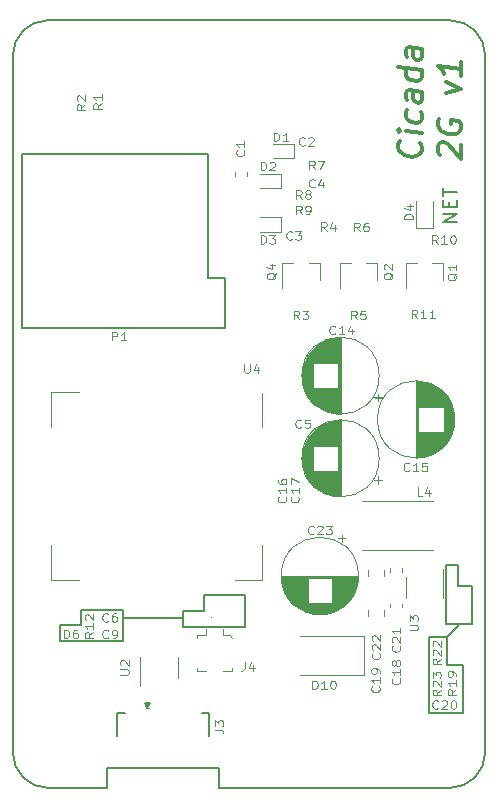
<source format=gto>
G04 #@! TF.GenerationSoftware,KiCad,Pcbnew,(5.1.0-10-g6006703)*
G04 #@! TF.CreationDate,2019-04-20T21:28:09+08:00*
G04 #@! TF.ProjectId,cicada-2g,63696361-6461-42d3-9267-2e6b69636164,0.1*
G04 #@! TF.SameCoordinates,PX7cee6c0PY3dfd240*
G04 #@! TF.FileFunction,Legend,Top*
G04 #@! TF.FilePolarity,Positive*
%FSLAX46Y46*%
G04 Gerber Fmt 4.6, Leading zero omitted, Abs format (unit mm)*
G04 Created by KiCad (PCBNEW (5.1.0-10-g6006703)) date 2019-04-20 21:28:09*
%MOMM*%
%LPD*%
G04 APERTURE LIST*
%ADD10C,0.150000*%
%ADD11C,0.200000*%
%ADD12C,0.350000*%
%ADD13C,0.120000*%
%ADD14C,0.100000*%
G04 APERTURE END LIST*
D10*
X-5600000Y-45600000D02*
X-10700000Y-45600000D01*
X-3800000Y-43700000D02*
X-300000Y-43700000D01*
X-300000Y-43700000D02*
X-300000Y-46400000D01*
X-3800000Y-45000000D02*
X-3800000Y-43700000D01*
X-5600000Y-45000000D02*
X-3800000Y-45000000D01*
X-5600000Y-46400000D02*
X-5600000Y-45000000D01*
X-300000Y-46400000D02*
X-5600000Y-46400000D01*
X-14200000Y-46200000D02*
X-14200000Y-44900000D01*
X-16000000Y-46200000D02*
X-14200000Y-46200000D01*
X-16000000Y-47600000D02*
X-16000000Y-46200000D01*
X-10700000Y-47600000D02*
X-16000000Y-47600000D01*
X-10700000Y-44900000D02*
X-10700000Y-47600000D01*
X-14200000Y-44900000D02*
X-10700000Y-44900000D01*
X16650000Y-41100000D02*
X16650000Y-46125000D01*
X18850000Y-46125000D02*
X16650000Y-46125000D01*
X18850000Y-42875000D02*
X18850000Y-46125000D01*
X17725000Y-42875000D02*
X18850000Y-42875000D01*
X17725000Y-41100000D02*
X17725000Y-42875000D01*
X16650000Y-41100000D02*
X17725000Y-41100000D01*
X16750000Y-47225000D02*
X17750000Y-46225000D01*
X16750000Y-47225000D02*
X15225000Y-47225000D01*
X16750000Y-49600000D02*
X16750000Y-47225000D01*
X18125000Y-49600000D02*
X16750000Y-49600000D01*
X18125000Y-49850000D02*
X18125000Y-49600000D01*
X18125000Y-53675000D02*
X18125000Y-49850000D01*
X15225000Y-53675000D02*
X18125000Y-53675000D01*
X15225000Y-47225000D02*
X15225000Y-53675000D01*
D11*
X17592857Y-12092857D02*
X16392857Y-12092857D01*
X17592857Y-11407142D01*
X16392857Y-11407142D01*
X16964285Y-10835714D02*
X16964285Y-10435714D01*
X17592857Y-10264285D02*
X17592857Y-10835714D01*
X16392857Y-10835714D01*
X16392857Y-10264285D01*
X16392857Y-9921428D02*
X16392857Y-9235714D01*
X17592857Y-9578571D02*
X16392857Y-9578571D01*
D10*
X-2500000Y-60000000D02*
X17000000Y-60000000D01*
X-2500000Y-58300000D02*
X-2500000Y-60000000D01*
X-12000000Y-58300000D02*
X-2500000Y-58300000D01*
X-12000000Y-60000000D02*
X-12000000Y-58300000D01*
D12*
X14439285Y-5417738D02*
X14534523Y-5524880D01*
X14629761Y-5822500D01*
X14629761Y-6012976D01*
X14534523Y-6286785D01*
X14344047Y-6453452D01*
X14153571Y-6524880D01*
X13772619Y-6572500D01*
X13486904Y-6536785D01*
X13105952Y-6393928D01*
X12915476Y-6274880D01*
X12725000Y-6060595D01*
X12629761Y-5762976D01*
X12629761Y-5572500D01*
X12725000Y-5298690D01*
X12820238Y-5215357D01*
X14629761Y-4584404D02*
X13296428Y-4417738D01*
X12629761Y-4334404D02*
X12725000Y-4441547D01*
X12820238Y-4358214D01*
X12725000Y-4251071D01*
X12629761Y-4334404D01*
X12820238Y-4358214D01*
X14534523Y-2762976D02*
X14629761Y-2965357D01*
X14629761Y-3346309D01*
X14534523Y-3524880D01*
X14439285Y-3608214D01*
X14248809Y-3679642D01*
X13677380Y-3608214D01*
X13486904Y-3489166D01*
X13391666Y-3382023D01*
X13296428Y-3179642D01*
X13296428Y-2798690D01*
X13391666Y-2620119D01*
X14629761Y-1060595D02*
X13582142Y-929642D01*
X13391666Y-1001071D01*
X13296428Y-1179642D01*
X13296428Y-1560595D01*
X13391666Y-1762976D01*
X14534523Y-1048690D02*
X14629761Y-1251071D01*
X14629761Y-1727261D01*
X14534523Y-1905833D01*
X14344047Y-1977261D01*
X14153571Y-1953452D01*
X13963095Y-1834404D01*
X13867857Y-1632023D01*
X13867857Y-1155833D01*
X13772619Y-953452D01*
X14629761Y748929D02*
X12629761Y998929D01*
X14534523Y760834D02*
X14629761Y558453D01*
X14629761Y177500D01*
X14534523Y-1071D01*
X14439285Y-84404D01*
X14248809Y-155833D01*
X13677380Y-84404D01*
X13486904Y34643D01*
X13391666Y141786D01*
X13296428Y344167D01*
X13296428Y725120D01*
X13391666Y903691D01*
X14629761Y2558453D02*
X13582142Y2689405D01*
X13391666Y2617977D01*
X13296428Y2439405D01*
X13296428Y2058453D01*
X13391666Y1856072D01*
X14534523Y2570358D02*
X14629761Y2367977D01*
X14629761Y1891786D01*
X14534523Y1713215D01*
X14344047Y1641786D01*
X14153571Y1665596D01*
X13963095Y1784643D01*
X13867857Y1987024D01*
X13867857Y2463215D01*
X13772619Y2665596D01*
X16170238Y-6453452D02*
X16075000Y-6346309D01*
X15979761Y-6143928D01*
X15979761Y-5667738D01*
X16075000Y-5489166D01*
X16170238Y-5405833D01*
X16360714Y-5334404D01*
X16551190Y-5358214D01*
X16836904Y-5489166D01*
X17979761Y-6774880D01*
X17979761Y-5536785D01*
X16075000Y-3393928D02*
X15979761Y-3572500D01*
X15979761Y-3858214D01*
X16075000Y-4155833D01*
X16265476Y-4370119D01*
X16455952Y-4489166D01*
X16836904Y-4632023D01*
X17122619Y-4667738D01*
X17503571Y-4620119D01*
X17694047Y-4548690D01*
X17884523Y-4382023D01*
X17979761Y-4108214D01*
X17979761Y-3917738D01*
X17884523Y-3620119D01*
X17789285Y-3512976D01*
X17122619Y-3429642D01*
X17122619Y-3810595D01*
X16646428Y-1179642D02*
X17979761Y-870119D01*
X16646428Y-227261D01*
X17979761Y1415596D02*
X17979761Y272739D01*
X17979761Y844167D02*
X15979761Y1094167D01*
X16265476Y867977D01*
X16455952Y653691D01*
X16551190Y451310D01*
D10*
X-17000000Y-60000000D02*
G75*
G02X-20000000Y-57000000I0J3000000D01*
G01*
X20000000Y-57000000D02*
G75*
G02X17000000Y-60000000I-3000000J0D01*
G01*
X17000000Y5000000D02*
G75*
G02X20000000Y2000000I0J-3000000D01*
G01*
X-20000000Y2000000D02*
G75*
G02X-17000000Y5000000I3000000J0D01*
G01*
X-20000000Y-57000000D02*
X-20000000Y2000000D01*
X-12000000Y-60000000D02*
X-17000000Y-60000000D01*
X20000000Y2000000D02*
X20000000Y-57000000D01*
X-17000000Y5000000D02*
X17000000Y5000000D01*
D13*
X5980000Y-15540000D02*
X5980000Y-17000000D01*
X2820000Y-15540000D02*
X2820000Y-17700000D01*
X2820000Y-15540000D02*
X3750000Y-15540000D01*
X5980000Y-15540000D02*
X5050000Y-15540000D01*
X10880000Y-15540000D02*
X10880000Y-17000000D01*
X7720000Y-15540000D02*
X7720000Y-17700000D01*
X7720000Y-15540000D02*
X8650000Y-15540000D01*
X10880000Y-15540000D02*
X9950000Y-15540000D01*
X1085000Y-26575000D02*
X1085000Y-29425000D01*
X1085000Y-42385000D02*
X-1225000Y-42385000D01*
X1085000Y-42385000D02*
X1085000Y-39425000D01*
X-16735000Y-26465000D02*
X-14425000Y-26465000D01*
X-16735000Y-42385000D02*
X-16735000Y-39425000D01*
X-16735000Y-42385000D02*
X-14425000Y-42385000D01*
X-16735000Y-26465000D02*
X-16735000Y-29425000D01*
X-1400000Y-50070000D02*
X-2200000Y-50070000D01*
X-1400000Y-49870000D02*
X-1400000Y-50070000D01*
X-4400000Y-50070000D02*
X-4400000Y-49870000D01*
X-3600000Y-50070000D02*
X-4400000Y-50070000D01*
X-4400000Y-47070000D02*
X-3600000Y-47070000D01*
X-4400000Y-47270000D02*
X-4400000Y-47070000D01*
X-1600000Y-47070000D02*
X-1400000Y-47270000D01*
X-2200000Y-47070000D02*
X-1600000Y-47070000D01*
X-2200000Y-47070000D02*
X-2200000Y-46570000D01*
X-3600000Y-47070000D02*
X-3600000Y-46570000D01*
X9750000Y-50450000D02*
X4350000Y-50450000D01*
X9750000Y-47150000D02*
X4350000Y-47150000D01*
X9750000Y-50450000D02*
X9750000Y-47150000D01*
D10*
X-11200000Y-53700000D02*
X-10500000Y-53700000D01*
X-11200000Y-53700000D02*
X-11200000Y-55600000D01*
X-4000000Y-53700000D02*
X-3400000Y-53700000D01*
X-3400000Y-53700000D02*
X-3400000Y-55600000D01*
X-8800000Y-52800000D02*
X-8600000Y-53200000D01*
X-8600000Y-53200000D02*
X-8400000Y-52800000D01*
X-8400000Y-52800000D02*
X-8800000Y-52800000D01*
D13*
X16407250Y-43923971D02*
X16407250Y-41493971D01*
X13337250Y-42163971D02*
X13337250Y-43923971D01*
X-9210000Y-48900000D02*
X-9210000Y-51350000D01*
X-5990000Y-50700000D02*
X-5990000Y-48900000D01*
X16423274Y-15552199D02*
X16423274Y-17012199D01*
X13263274Y-15552199D02*
X13263274Y-17712199D01*
X13263274Y-15552199D02*
X14193274Y-15552199D01*
X16423274Y-15552199D02*
X15493274Y-15552199D01*
D10*
X-3500000Y-16850000D02*
X-3500000Y-6350000D01*
X-2000000Y-16850000D02*
X-3500000Y-16850000D01*
X-2000000Y-21100000D02*
X-2000000Y-16850000D01*
X-19250000Y-21100000D02*
X-2000000Y-21100000D01*
X-19250000Y-6350000D02*
X-19250000Y-21100000D01*
X-3500000Y-6350000D02*
X-19250000Y-6350000D01*
D13*
X15550000Y-35675000D02*
X9550000Y-35675000D01*
X15550000Y-39875000D02*
X9550000Y-39875000D01*
D14*
X-3160000Y-45600000D02*
G75*
G03X-3160000Y-45600000I-50000J0D01*
G01*
D13*
X15576091Y-12582071D02*
X15576091Y-10297071D01*
X14106091Y-12582071D02*
X15576091Y-12582071D01*
X14106091Y-10297071D02*
X14106091Y-12582071D01*
X900000Y-11700000D02*
X2750000Y-11700000D01*
X900000Y-12900000D02*
X2750000Y-12900000D01*
X2750000Y-12900000D02*
X2750000Y-11700000D01*
X900000Y-8000000D02*
X2750000Y-8000000D01*
X900000Y-9200000D02*
X2750000Y-9200000D01*
X2750000Y-9200000D02*
X2750000Y-8000000D01*
X2000000Y-5500000D02*
X3850000Y-5500000D01*
X2000000Y-6700000D02*
X3850000Y-6700000D01*
X3850000Y-6700000D02*
X3850000Y-5500000D01*
X8154000Y-38864759D02*
X7524000Y-38864759D01*
X7839000Y-38549759D02*
X7839000Y-39179759D01*
X6402000Y-45291000D02*
X5598000Y-45291000D01*
X6633000Y-45251000D02*
X5367000Y-45251000D01*
X6802000Y-45211000D02*
X5198000Y-45211000D01*
X6940000Y-45171000D02*
X5060000Y-45171000D01*
X7059000Y-45131000D02*
X4941000Y-45131000D01*
X7165000Y-45091000D02*
X4835000Y-45091000D01*
X7262000Y-45051000D02*
X4738000Y-45051000D01*
X7350000Y-45011000D02*
X4650000Y-45011000D01*
X7432000Y-44971000D02*
X4568000Y-44971000D01*
X7509000Y-44931000D02*
X4491000Y-44931000D01*
X7581000Y-44891000D02*
X4419000Y-44891000D01*
X7650000Y-44851000D02*
X4350000Y-44851000D01*
X7714000Y-44811000D02*
X4286000Y-44811000D01*
X7776000Y-44771000D02*
X4224000Y-44771000D01*
X7834000Y-44731000D02*
X4166000Y-44731000D01*
X7890000Y-44691000D02*
X4110000Y-44691000D01*
X7944000Y-44651000D02*
X4056000Y-44651000D01*
X7995000Y-44611000D02*
X4005000Y-44611000D01*
X8044000Y-44571000D02*
X3956000Y-44571000D01*
X8092000Y-44531000D02*
X3908000Y-44531000D01*
X8137000Y-44491000D02*
X3863000Y-44491000D01*
X8182000Y-44451000D02*
X3818000Y-44451000D01*
X8224000Y-44411000D02*
X3776000Y-44411000D01*
X8265000Y-44371000D02*
X3735000Y-44371000D01*
X4960000Y-44331000D02*
X3695000Y-44331000D01*
X8305000Y-44331000D02*
X7040000Y-44331000D01*
X4960000Y-44291000D02*
X3657000Y-44291000D01*
X8343000Y-44291000D02*
X7040000Y-44291000D01*
X4960000Y-44251000D02*
X3620000Y-44251000D01*
X8380000Y-44251000D02*
X7040000Y-44251000D01*
X4960000Y-44211000D02*
X3584000Y-44211000D01*
X8416000Y-44211000D02*
X7040000Y-44211000D01*
X4960000Y-44171000D02*
X3550000Y-44171000D01*
X8450000Y-44171000D02*
X7040000Y-44171000D01*
X4960000Y-44131000D02*
X3516000Y-44131000D01*
X8484000Y-44131000D02*
X7040000Y-44131000D01*
X4960000Y-44091000D02*
X3484000Y-44091000D01*
X8516000Y-44091000D02*
X7040000Y-44091000D01*
X4960000Y-44051000D02*
X3452000Y-44051000D01*
X8548000Y-44051000D02*
X7040000Y-44051000D01*
X4960000Y-44011000D02*
X3422000Y-44011000D01*
X8578000Y-44011000D02*
X7040000Y-44011000D01*
X4960000Y-43971000D02*
X3393000Y-43971000D01*
X8607000Y-43971000D02*
X7040000Y-43971000D01*
X4960000Y-43931000D02*
X3364000Y-43931000D01*
X8636000Y-43931000D02*
X7040000Y-43931000D01*
X4960000Y-43891000D02*
X3336000Y-43891000D01*
X8664000Y-43891000D02*
X7040000Y-43891000D01*
X4960000Y-43851000D02*
X3310000Y-43851000D01*
X8690000Y-43851000D02*
X7040000Y-43851000D01*
X4960000Y-43811000D02*
X3284000Y-43811000D01*
X8716000Y-43811000D02*
X7040000Y-43811000D01*
X4960000Y-43771000D02*
X3258000Y-43771000D01*
X8742000Y-43771000D02*
X7040000Y-43771000D01*
X4960000Y-43731000D02*
X3234000Y-43731000D01*
X8766000Y-43731000D02*
X7040000Y-43731000D01*
X4960000Y-43691000D02*
X3210000Y-43691000D01*
X8790000Y-43691000D02*
X7040000Y-43691000D01*
X4960000Y-43651000D02*
X3188000Y-43651000D01*
X8812000Y-43651000D02*
X7040000Y-43651000D01*
X4960000Y-43611000D02*
X3166000Y-43611000D01*
X8834000Y-43611000D02*
X7040000Y-43611000D01*
X4960000Y-43571000D02*
X3144000Y-43571000D01*
X8856000Y-43571000D02*
X7040000Y-43571000D01*
X4960000Y-43531000D02*
X3124000Y-43531000D01*
X8876000Y-43531000D02*
X7040000Y-43531000D01*
X4960000Y-43491000D02*
X3104000Y-43491000D01*
X8896000Y-43491000D02*
X7040000Y-43491000D01*
X4960000Y-43451000D02*
X3084000Y-43451000D01*
X8916000Y-43451000D02*
X7040000Y-43451000D01*
X4960000Y-43411000D02*
X3066000Y-43411000D01*
X8934000Y-43411000D02*
X7040000Y-43411000D01*
X4960000Y-43371000D02*
X3048000Y-43371000D01*
X8952000Y-43371000D02*
X7040000Y-43371000D01*
X4960000Y-43331000D02*
X3030000Y-43331000D01*
X8970000Y-43331000D02*
X7040000Y-43331000D01*
X4960000Y-43291000D02*
X3014000Y-43291000D01*
X8986000Y-43291000D02*
X7040000Y-43291000D01*
X4960000Y-43251000D02*
X2998000Y-43251000D01*
X9002000Y-43251000D02*
X7040000Y-43251000D01*
X4960000Y-43211000D02*
X2982000Y-43211000D01*
X9018000Y-43211000D02*
X7040000Y-43211000D01*
X4960000Y-43171000D02*
X2967000Y-43171000D01*
X9033000Y-43171000D02*
X7040000Y-43171000D01*
X4960000Y-43131000D02*
X2953000Y-43131000D01*
X9047000Y-43131000D02*
X7040000Y-43131000D01*
X4960000Y-43091000D02*
X2939000Y-43091000D01*
X9061000Y-43091000D02*
X7040000Y-43091000D01*
X4960000Y-43051000D02*
X2926000Y-43051000D01*
X9074000Y-43051000D02*
X7040000Y-43051000D01*
X4960000Y-43011000D02*
X2914000Y-43011000D01*
X9086000Y-43011000D02*
X7040000Y-43011000D01*
X4960000Y-42971000D02*
X2902000Y-42971000D01*
X9098000Y-42971000D02*
X7040000Y-42971000D01*
X4960000Y-42931000D02*
X2890000Y-42931000D01*
X9110000Y-42931000D02*
X7040000Y-42931000D01*
X4960000Y-42891000D02*
X2879000Y-42891000D01*
X9121000Y-42891000D02*
X7040000Y-42891000D01*
X4960000Y-42851000D02*
X2869000Y-42851000D01*
X9131000Y-42851000D02*
X7040000Y-42851000D01*
X4960000Y-42811000D02*
X2859000Y-42811000D01*
X9141000Y-42811000D02*
X7040000Y-42811000D01*
X4960000Y-42771000D02*
X2850000Y-42771000D01*
X9150000Y-42771000D02*
X7040000Y-42771000D01*
X4960000Y-42730000D02*
X2841000Y-42730000D01*
X9159000Y-42730000D02*
X7040000Y-42730000D01*
X4960000Y-42690000D02*
X2833000Y-42690000D01*
X9167000Y-42690000D02*
X7040000Y-42690000D01*
X4960000Y-42650000D02*
X2825000Y-42650000D01*
X9175000Y-42650000D02*
X7040000Y-42650000D01*
X4960000Y-42610000D02*
X2818000Y-42610000D01*
X9182000Y-42610000D02*
X7040000Y-42610000D01*
X4960000Y-42570000D02*
X2811000Y-42570000D01*
X9189000Y-42570000D02*
X7040000Y-42570000D01*
X4960000Y-42530000D02*
X2805000Y-42530000D01*
X9195000Y-42530000D02*
X7040000Y-42530000D01*
X4960000Y-42490000D02*
X2799000Y-42490000D01*
X9201000Y-42490000D02*
X7040000Y-42490000D01*
X4960000Y-42450000D02*
X2794000Y-42450000D01*
X9206000Y-42450000D02*
X7040000Y-42450000D01*
X4960000Y-42410000D02*
X2789000Y-42410000D01*
X9211000Y-42410000D02*
X7040000Y-42410000D01*
X4960000Y-42370000D02*
X2785000Y-42370000D01*
X9215000Y-42370000D02*
X7040000Y-42370000D01*
X4960000Y-42330000D02*
X2782000Y-42330000D01*
X9218000Y-42330000D02*
X7040000Y-42330000D01*
X4960000Y-42290000D02*
X2778000Y-42290000D01*
X9222000Y-42290000D02*
X7040000Y-42290000D01*
X9224000Y-42250000D02*
X2776000Y-42250000D01*
X9227000Y-42210000D02*
X2773000Y-42210000D01*
X9228000Y-42170000D02*
X2772000Y-42170000D01*
X9230000Y-42130000D02*
X2770000Y-42130000D01*
X9230000Y-42090000D02*
X2770000Y-42090000D01*
X9230000Y-42050000D02*
X2770000Y-42050000D01*
X9270000Y-42050000D02*
G75*
G03X9270000Y-42050000I-3270000J0D01*
G01*
X11460000Y-42033578D02*
X11460000Y-41516422D01*
X10040000Y-42033578D02*
X10040000Y-41516422D01*
X11940000Y-41412221D02*
X11940000Y-41737779D01*
X12960000Y-41412221D02*
X12960000Y-41737779D01*
X10040000Y-44916422D02*
X10040000Y-45433578D01*
X11460000Y-44916422D02*
X11460000Y-45433578D01*
X12960000Y-44725279D02*
X12960000Y-44399721D01*
X11940000Y-44725279D02*
X11940000Y-44399721D01*
X10964759Y-26646000D02*
X10964759Y-27276000D01*
X10649759Y-26961000D02*
X11279759Y-26961000D01*
X17391000Y-28398000D02*
X17391000Y-29202000D01*
X17351000Y-28167000D02*
X17351000Y-29433000D01*
X17311000Y-27998000D02*
X17311000Y-29602000D01*
X17271000Y-27860000D02*
X17271000Y-29740000D01*
X17231000Y-27741000D02*
X17231000Y-29859000D01*
X17191000Y-27635000D02*
X17191000Y-29965000D01*
X17151000Y-27538000D02*
X17151000Y-30062000D01*
X17111000Y-27450000D02*
X17111000Y-30150000D01*
X17071000Y-27368000D02*
X17071000Y-30232000D01*
X17031000Y-27291000D02*
X17031000Y-30309000D01*
X16991000Y-27219000D02*
X16991000Y-30381000D01*
X16951000Y-27150000D02*
X16951000Y-30450000D01*
X16911000Y-27086000D02*
X16911000Y-30514000D01*
X16871000Y-27024000D02*
X16871000Y-30576000D01*
X16831000Y-26966000D02*
X16831000Y-30634000D01*
X16791000Y-26910000D02*
X16791000Y-30690000D01*
X16751000Y-26856000D02*
X16751000Y-30744000D01*
X16711000Y-26805000D02*
X16711000Y-30795000D01*
X16671000Y-26756000D02*
X16671000Y-30844000D01*
X16631000Y-26708000D02*
X16631000Y-30892000D01*
X16591000Y-26663000D02*
X16591000Y-30937000D01*
X16551000Y-26618000D02*
X16551000Y-30982000D01*
X16511000Y-26576000D02*
X16511000Y-31024000D01*
X16471000Y-26535000D02*
X16471000Y-31065000D01*
X16431000Y-29840000D02*
X16431000Y-31105000D01*
X16431000Y-26495000D02*
X16431000Y-27760000D01*
X16391000Y-29840000D02*
X16391000Y-31143000D01*
X16391000Y-26457000D02*
X16391000Y-27760000D01*
X16351000Y-29840000D02*
X16351000Y-31180000D01*
X16351000Y-26420000D02*
X16351000Y-27760000D01*
X16311000Y-29840000D02*
X16311000Y-31216000D01*
X16311000Y-26384000D02*
X16311000Y-27760000D01*
X16271000Y-29840000D02*
X16271000Y-31250000D01*
X16271000Y-26350000D02*
X16271000Y-27760000D01*
X16231000Y-29840000D02*
X16231000Y-31284000D01*
X16231000Y-26316000D02*
X16231000Y-27760000D01*
X16191000Y-29840000D02*
X16191000Y-31316000D01*
X16191000Y-26284000D02*
X16191000Y-27760000D01*
X16151000Y-29840000D02*
X16151000Y-31348000D01*
X16151000Y-26252000D02*
X16151000Y-27760000D01*
X16111000Y-29840000D02*
X16111000Y-31378000D01*
X16111000Y-26222000D02*
X16111000Y-27760000D01*
X16071000Y-29840000D02*
X16071000Y-31407000D01*
X16071000Y-26193000D02*
X16071000Y-27760000D01*
X16031000Y-29840000D02*
X16031000Y-31436000D01*
X16031000Y-26164000D02*
X16031000Y-27760000D01*
X15991000Y-29840000D02*
X15991000Y-31464000D01*
X15991000Y-26136000D02*
X15991000Y-27760000D01*
X15951000Y-29840000D02*
X15951000Y-31490000D01*
X15951000Y-26110000D02*
X15951000Y-27760000D01*
X15911000Y-29840000D02*
X15911000Y-31516000D01*
X15911000Y-26084000D02*
X15911000Y-27760000D01*
X15871000Y-29840000D02*
X15871000Y-31542000D01*
X15871000Y-26058000D02*
X15871000Y-27760000D01*
X15831000Y-29840000D02*
X15831000Y-31566000D01*
X15831000Y-26034000D02*
X15831000Y-27760000D01*
X15791000Y-29840000D02*
X15791000Y-31590000D01*
X15791000Y-26010000D02*
X15791000Y-27760000D01*
X15751000Y-29840000D02*
X15751000Y-31612000D01*
X15751000Y-25988000D02*
X15751000Y-27760000D01*
X15711000Y-29840000D02*
X15711000Y-31634000D01*
X15711000Y-25966000D02*
X15711000Y-27760000D01*
X15671000Y-29840000D02*
X15671000Y-31656000D01*
X15671000Y-25944000D02*
X15671000Y-27760000D01*
X15631000Y-29840000D02*
X15631000Y-31676000D01*
X15631000Y-25924000D02*
X15631000Y-27760000D01*
X15591000Y-29840000D02*
X15591000Y-31696000D01*
X15591000Y-25904000D02*
X15591000Y-27760000D01*
X15551000Y-29840000D02*
X15551000Y-31716000D01*
X15551000Y-25884000D02*
X15551000Y-27760000D01*
X15511000Y-29840000D02*
X15511000Y-31734000D01*
X15511000Y-25866000D02*
X15511000Y-27760000D01*
X15471000Y-29840000D02*
X15471000Y-31752000D01*
X15471000Y-25848000D02*
X15471000Y-27760000D01*
X15431000Y-29840000D02*
X15431000Y-31770000D01*
X15431000Y-25830000D02*
X15431000Y-27760000D01*
X15391000Y-29840000D02*
X15391000Y-31786000D01*
X15391000Y-25814000D02*
X15391000Y-27760000D01*
X15351000Y-29840000D02*
X15351000Y-31802000D01*
X15351000Y-25798000D02*
X15351000Y-27760000D01*
X15311000Y-29840000D02*
X15311000Y-31818000D01*
X15311000Y-25782000D02*
X15311000Y-27760000D01*
X15271000Y-29840000D02*
X15271000Y-31833000D01*
X15271000Y-25767000D02*
X15271000Y-27760000D01*
X15231000Y-29840000D02*
X15231000Y-31847000D01*
X15231000Y-25753000D02*
X15231000Y-27760000D01*
X15191000Y-29840000D02*
X15191000Y-31861000D01*
X15191000Y-25739000D02*
X15191000Y-27760000D01*
X15151000Y-29840000D02*
X15151000Y-31874000D01*
X15151000Y-25726000D02*
X15151000Y-27760000D01*
X15111000Y-29840000D02*
X15111000Y-31886000D01*
X15111000Y-25714000D02*
X15111000Y-27760000D01*
X15071000Y-29840000D02*
X15071000Y-31898000D01*
X15071000Y-25702000D02*
X15071000Y-27760000D01*
X15031000Y-29840000D02*
X15031000Y-31910000D01*
X15031000Y-25690000D02*
X15031000Y-27760000D01*
X14991000Y-29840000D02*
X14991000Y-31921000D01*
X14991000Y-25679000D02*
X14991000Y-27760000D01*
X14951000Y-29840000D02*
X14951000Y-31931000D01*
X14951000Y-25669000D02*
X14951000Y-27760000D01*
X14911000Y-29840000D02*
X14911000Y-31941000D01*
X14911000Y-25659000D02*
X14911000Y-27760000D01*
X14871000Y-29840000D02*
X14871000Y-31950000D01*
X14871000Y-25650000D02*
X14871000Y-27760000D01*
X14830000Y-29840000D02*
X14830000Y-31959000D01*
X14830000Y-25641000D02*
X14830000Y-27760000D01*
X14790000Y-29840000D02*
X14790000Y-31967000D01*
X14790000Y-25633000D02*
X14790000Y-27760000D01*
X14750000Y-29840000D02*
X14750000Y-31975000D01*
X14750000Y-25625000D02*
X14750000Y-27760000D01*
X14710000Y-29840000D02*
X14710000Y-31982000D01*
X14710000Y-25618000D02*
X14710000Y-27760000D01*
X14670000Y-29840000D02*
X14670000Y-31989000D01*
X14670000Y-25611000D02*
X14670000Y-27760000D01*
X14630000Y-29840000D02*
X14630000Y-31995000D01*
X14630000Y-25605000D02*
X14630000Y-27760000D01*
X14590000Y-29840000D02*
X14590000Y-32001000D01*
X14590000Y-25599000D02*
X14590000Y-27760000D01*
X14550000Y-29840000D02*
X14550000Y-32006000D01*
X14550000Y-25594000D02*
X14550000Y-27760000D01*
X14510000Y-29840000D02*
X14510000Y-32011000D01*
X14510000Y-25589000D02*
X14510000Y-27760000D01*
X14470000Y-29840000D02*
X14470000Y-32015000D01*
X14470000Y-25585000D02*
X14470000Y-27760000D01*
X14430000Y-29840000D02*
X14430000Y-32018000D01*
X14430000Y-25582000D02*
X14430000Y-27760000D01*
X14390000Y-29840000D02*
X14390000Y-32022000D01*
X14390000Y-25578000D02*
X14390000Y-27760000D01*
X14350000Y-25576000D02*
X14350000Y-32024000D01*
X14310000Y-25573000D02*
X14310000Y-32027000D01*
X14270000Y-25572000D02*
X14270000Y-32028000D01*
X14230000Y-25570000D02*
X14230000Y-32030000D01*
X14190000Y-25570000D02*
X14190000Y-32030000D01*
X14150000Y-25570000D02*
X14150000Y-32030000D01*
X17420000Y-28800000D02*
G75*
G03X17420000Y-28800000I-3270000J0D01*
G01*
X10935241Y-27254000D02*
X10935241Y-26624000D01*
X11250241Y-26939000D02*
X10620241Y-26939000D01*
X4509000Y-25502000D02*
X4509000Y-24698000D01*
X4549000Y-25733000D02*
X4549000Y-24467000D01*
X4589000Y-25902000D02*
X4589000Y-24298000D01*
X4629000Y-26040000D02*
X4629000Y-24160000D01*
X4669000Y-26159000D02*
X4669000Y-24041000D01*
X4709000Y-26265000D02*
X4709000Y-23935000D01*
X4749000Y-26362000D02*
X4749000Y-23838000D01*
X4789000Y-26450000D02*
X4789000Y-23750000D01*
X4829000Y-26532000D02*
X4829000Y-23668000D01*
X4869000Y-26609000D02*
X4869000Y-23591000D01*
X4909000Y-26681000D02*
X4909000Y-23519000D01*
X4949000Y-26750000D02*
X4949000Y-23450000D01*
X4989000Y-26814000D02*
X4989000Y-23386000D01*
X5029000Y-26876000D02*
X5029000Y-23324000D01*
X5069000Y-26934000D02*
X5069000Y-23266000D01*
X5109000Y-26990000D02*
X5109000Y-23210000D01*
X5149000Y-27044000D02*
X5149000Y-23156000D01*
X5189000Y-27095000D02*
X5189000Y-23105000D01*
X5229000Y-27144000D02*
X5229000Y-23056000D01*
X5269000Y-27192000D02*
X5269000Y-23008000D01*
X5309000Y-27237000D02*
X5309000Y-22963000D01*
X5349000Y-27282000D02*
X5349000Y-22918000D01*
X5389000Y-27324000D02*
X5389000Y-22876000D01*
X5429000Y-27365000D02*
X5429000Y-22835000D01*
X5469000Y-24060000D02*
X5469000Y-22795000D01*
X5469000Y-27405000D02*
X5469000Y-26140000D01*
X5509000Y-24060000D02*
X5509000Y-22757000D01*
X5509000Y-27443000D02*
X5509000Y-26140000D01*
X5549000Y-24060000D02*
X5549000Y-22720000D01*
X5549000Y-27480000D02*
X5549000Y-26140000D01*
X5589000Y-24060000D02*
X5589000Y-22684000D01*
X5589000Y-27516000D02*
X5589000Y-26140000D01*
X5629000Y-24060000D02*
X5629000Y-22650000D01*
X5629000Y-27550000D02*
X5629000Y-26140000D01*
X5669000Y-24060000D02*
X5669000Y-22616000D01*
X5669000Y-27584000D02*
X5669000Y-26140000D01*
X5709000Y-24060000D02*
X5709000Y-22584000D01*
X5709000Y-27616000D02*
X5709000Y-26140000D01*
X5749000Y-24060000D02*
X5749000Y-22552000D01*
X5749000Y-27648000D02*
X5749000Y-26140000D01*
X5789000Y-24060000D02*
X5789000Y-22522000D01*
X5789000Y-27678000D02*
X5789000Y-26140000D01*
X5829000Y-24060000D02*
X5829000Y-22493000D01*
X5829000Y-27707000D02*
X5829000Y-26140000D01*
X5869000Y-24060000D02*
X5869000Y-22464000D01*
X5869000Y-27736000D02*
X5869000Y-26140000D01*
X5909000Y-24060000D02*
X5909000Y-22436000D01*
X5909000Y-27764000D02*
X5909000Y-26140000D01*
X5949000Y-24060000D02*
X5949000Y-22410000D01*
X5949000Y-27790000D02*
X5949000Y-26140000D01*
X5989000Y-24060000D02*
X5989000Y-22384000D01*
X5989000Y-27816000D02*
X5989000Y-26140000D01*
X6029000Y-24060000D02*
X6029000Y-22358000D01*
X6029000Y-27842000D02*
X6029000Y-26140000D01*
X6069000Y-24060000D02*
X6069000Y-22334000D01*
X6069000Y-27866000D02*
X6069000Y-26140000D01*
X6109000Y-24060000D02*
X6109000Y-22310000D01*
X6109000Y-27890000D02*
X6109000Y-26140000D01*
X6149000Y-24060000D02*
X6149000Y-22288000D01*
X6149000Y-27912000D02*
X6149000Y-26140000D01*
X6189000Y-24060000D02*
X6189000Y-22266000D01*
X6189000Y-27934000D02*
X6189000Y-26140000D01*
X6229000Y-24060000D02*
X6229000Y-22244000D01*
X6229000Y-27956000D02*
X6229000Y-26140000D01*
X6269000Y-24060000D02*
X6269000Y-22224000D01*
X6269000Y-27976000D02*
X6269000Y-26140000D01*
X6309000Y-24060000D02*
X6309000Y-22204000D01*
X6309000Y-27996000D02*
X6309000Y-26140000D01*
X6349000Y-24060000D02*
X6349000Y-22184000D01*
X6349000Y-28016000D02*
X6349000Y-26140000D01*
X6389000Y-24060000D02*
X6389000Y-22166000D01*
X6389000Y-28034000D02*
X6389000Y-26140000D01*
X6429000Y-24060000D02*
X6429000Y-22148000D01*
X6429000Y-28052000D02*
X6429000Y-26140000D01*
X6469000Y-24060000D02*
X6469000Y-22130000D01*
X6469000Y-28070000D02*
X6469000Y-26140000D01*
X6509000Y-24060000D02*
X6509000Y-22114000D01*
X6509000Y-28086000D02*
X6509000Y-26140000D01*
X6549000Y-24060000D02*
X6549000Y-22098000D01*
X6549000Y-28102000D02*
X6549000Y-26140000D01*
X6589000Y-24060000D02*
X6589000Y-22082000D01*
X6589000Y-28118000D02*
X6589000Y-26140000D01*
X6629000Y-24060000D02*
X6629000Y-22067000D01*
X6629000Y-28133000D02*
X6629000Y-26140000D01*
X6669000Y-24060000D02*
X6669000Y-22053000D01*
X6669000Y-28147000D02*
X6669000Y-26140000D01*
X6709000Y-24060000D02*
X6709000Y-22039000D01*
X6709000Y-28161000D02*
X6709000Y-26140000D01*
X6749000Y-24060000D02*
X6749000Y-22026000D01*
X6749000Y-28174000D02*
X6749000Y-26140000D01*
X6789000Y-24060000D02*
X6789000Y-22014000D01*
X6789000Y-28186000D02*
X6789000Y-26140000D01*
X6829000Y-24060000D02*
X6829000Y-22002000D01*
X6829000Y-28198000D02*
X6829000Y-26140000D01*
X6869000Y-24060000D02*
X6869000Y-21990000D01*
X6869000Y-28210000D02*
X6869000Y-26140000D01*
X6909000Y-24060000D02*
X6909000Y-21979000D01*
X6909000Y-28221000D02*
X6909000Y-26140000D01*
X6949000Y-24060000D02*
X6949000Y-21969000D01*
X6949000Y-28231000D02*
X6949000Y-26140000D01*
X6989000Y-24060000D02*
X6989000Y-21959000D01*
X6989000Y-28241000D02*
X6989000Y-26140000D01*
X7029000Y-24060000D02*
X7029000Y-21950000D01*
X7029000Y-28250000D02*
X7029000Y-26140000D01*
X7070000Y-24060000D02*
X7070000Y-21941000D01*
X7070000Y-28259000D02*
X7070000Y-26140000D01*
X7110000Y-24060000D02*
X7110000Y-21933000D01*
X7110000Y-28267000D02*
X7110000Y-26140000D01*
X7150000Y-24060000D02*
X7150000Y-21925000D01*
X7150000Y-28275000D02*
X7150000Y-26140000D01*
X7190000Y-24060000D02*
X7190000Y-21918000D01*
X7190000Y-28282000D02*
X7190000Y-26140000D01*
X7230000Y-24060000D02*
X7230000Y-21911000D01*
X7230000Y-28289000D02*
X7230000Y-26140000D01*
X7270000Y-24060000D02*
X7270000Y-21905000D01*
X7270000Y-28295000D02*
X7270000Y-26140000D01*
X7310000Y-24060000D02*
X7310000Y-21899000D01*
X7310000Y-28301000D02*
X7310000Y-26140000D01*
X7350000Y-24060000D02*
X7350000Y-21894000D01*
X7350000Y-28306000D02*
X7350000Y-26140000D01*
X7390000Y-24060000D02*
X7390000Y-21889000D01*
X7390000Y-28311000D02*
X7390000Y-26140000D01*
X7430000Y-24060000D02*
X7430000Y-21885000D01*
X7430000Y-28315000D02*
X7430000Y-26140000D01*
X7470000Y-24060000D02*
X7470000Y-21882000D01*
X7470000Y-28318000D02*
X7470000Y-26140000D01*
X7510000Y-24060000D02*
X7510000Y-21878000D01*
X7510000Y-28322000D02*
X7510000Y-26140000D01*
X7550000Y-28324000D02*
X7550000Y-21876000D01*
X7590000Y-28327000D02*
X7590000Y-21873000D01*
X7630000Y-28328000D02*
X7630000Y-21872000D01*
X7670000Y-28330000D02*
X7670000Y-21870000D01*
X7710000Y-28330000D02*
X7710000Y-21870000D01*
X7750000Y-28330000D02*
X7750000Y-21870000D01*
X11020000Y-25100000D02*
G75*
G03X11020000Y-25100000I-3270000J0D01*
G01*
X10935241Y-34254000D02*
X10935241Y-33624000D01*
X11250241Y-33939000D02*
X10620241Y-33939000D01*
X4509000Y-32502000D02*
X4509000Y-31698000D01*
X4549000Y-32733000D02*
X4549000Y-31467000D01*
X4589000Y-32902000D02*
X4589000Y-31298000D01*
X4629000Y-33040000D02*
X4629000Y-31160000D01*
X4669000Y-33159000D02*
X4669000Y-31041000D01*
X4709000Y-33265000D02*
X4709000Y-30935000D01*
X4749000Y-33362000D02*
X4749000Y-30838000D01*
X4789000Y-33450000D02*
X4789000Y-30750000D01*
X4829000Y-33532000D02*
X4829000Y-30668000D01*
X4869000Y-33609000D02*
X4869000Y-30591000D01*
X4909000Y-33681000D02*
X4909000Y-30519000D01*
X4949000Y-33750000D02*
X4949000Y-30450000D01*
X4989000Y-33814000D02*
X4989000Y-30386000D01*
X5029000Y-33876000D02*
X5029000Y-30324000D01*
X5069000Y-33934000D02*
X5069000Y-30266000D01*
X5109000Y-33990000D02*
X5109000Y-30210000D01*
X5149000Y-34044000D02*
X5149000Y-30156000D01*
X5189000Y-34095000D02*
X5189000Y-30105000D01*
X5229000Y-34144000D02*
X5229000Y-30056000D01*
X5269000Y-34192000D02*
X5269000Y-30008000D01*
X5309000Y-34237000D02*
X5309000Y-29963000D01*
X5349000Y-34282000D02*
X5349000Y-29918000D01*
X5389000Y-34324000D02*
X5389000Y-29876000D01*
X5429000Y-34365000D02*
X5429000Y-29835000D01*
X5469000Y-31060000D02*
X5469000Y-29795000D01*
X5469000Y-34405000D02*
X5469000Y-33140000D01*
X5509000Y-31060000D02*
X5509000Y-29757000D01*
X5509000Y-34443000D02*
X5509000Y-33140000D01*
X5549000Y-31060000D02*
X5549000Y-29720000D01*
X5549000Y-34480000D02*
X5549000Y-33140000D01*
X5589000Y-31060000D02*
X5589000Y-29684000D01*
X5589000Y-34516000D02*
X5589000Y-33140000D01*
X5629000Y-31060000D02*
X5629000Y-29650000D01*
X5629000Y-34550000D02*
X5629000Y-33140000D01*
X5669000Y-31060000D02*
X5669000Y-29616000D01*
X5669000Y-34584000D02*
X5669000Y-33140000D01*
X5709000Y-31060000D02*
X5709000Y-29584000D01*
X5709000Y-34616000D02*
X5709000Y-33140000D01*
X5749000Y-31060000D02*
X5749000Y-29552000D01*
X5749000Y-34648000D02*
X5749000Y-33140000D01*
X5789000Y-31060000D02*
X5789000Y-29522000D01*
X5789000Y-34678000D02*
X5789000Y-33140000D01*
X5829000Y-31060000D02*
X5829000Y-29493000D01*
X5829000Y-34707000D02*
X5829000Y-33140000D01*
X5869000Y-31060000D02*
X5869000Y-29464000D01*
X5869000Y-34736000D02*
X5869000Y-33140000D01*
X5909000Y-31060000D02*
X5909000Y-29436000D01*
X5909000Y-34764000D02*
X5909000Y-33140000D01*
X5949000Y-31060000D02*
X5949000Y-29410000D01*
X5949000Y-34790000D02*
X5949000Y-33140000D01*
X5989000Y-31060000D02*
X5989000Y-29384000D01*
X5989000Y-34816000D02*
X5989000Y-33140000D01*
X6029000Y-31060000D02*
X6029000Y-29358000D01*
X6029000Y-34842000D02*
X6029000Y-33140000D01*
X6069000Y-31060000D02*
X6069000Y-29334000D01*
X6069000Y-34866000D02*
X6069000Y-33140000D01*
X6109000Y-31060000D02*
X6109000Y-29310000D01*
X6109000Y-34890000D02*
X6109000Y-33140000D01*
X6149000Y-31060000D02*
X6149000Y-29288000D01*
X6149000Y-34912000D02*
X6149000Y-33140000D01*
X6189000Y-31060000D02*
X6189000Y-29266000D01*
X6189000Y-34934000D02*
X6189000Y-33140000D01*
X6229000Y-31060000D02*
X6229000Y-29244000D01*
X6229000Y-34956000D02*
X6229000Y-33140000D01*
X6269000Y-31060000D02*
X6269000Y-29224000D01*
X6269000Y-34976000D02*
X6269000Y-33140000D01*
X6309000Y-31060000D02*
X6309000Y-29204000D01*
X6309000Y-34996000D02*
X6309000Y-33140000D01*
X6349000Y-31060000D02*
X6349000Y-29184000D01*
X6349000Y-35016000D02*
X6349000Y-33140000D01*
X6389000Y-31060000D02*
X6389000Y-29166000D01*
X6389000Y-35034000D02*
X6389000Y-33140000D01*
X6429000Y-31060000D02*
X6429000Y-29148000D01*
X6429000Y-35052000D02*
X6429000Y-33140000D01*
X6469000Y-31060000D02*
X6469000Y-29130000D01*
X6469000Y-35070000D02*
X6469000Y-33140000D01*
X6509000Y-31060000D02*
X6509000Y-29114000D01*
X6509000Y-35086000D02*
X6509000Y-33140000D01*
X6549000Y-31060000D02*
X6549000Y-29098000D01*
X6549000Y-35102000D02*
X6549000Y-33140000D01*
X6589000Y-31060000D02*
X6589000Y-29082000D01*
X6589000Y-35118000D02*
X6589000Y-33140000D01*
X6629000Y-31060000D02*
X6629000Y-29067000D01*
X6629000Y-35133000D02*
X6629000Y-33140000D01*
X6669000Y-31060000D02*
X6669000Y-29053000D01*
X6669000Y-35147000D02*
X6669000Y-33140000D01*
X6709000Y-31060000D02*
X6709000Y-29039000D01*
X6709000Y-35161000D02*
X6709000Y-33140000D01*
X6749000Y-31060000D02*
X6749000Y-29026000D01*
X6749000Y-35174000D02*
X6749000Y-33140000D01*
X6789000Y-31060000D02*
X6789000Y-29014000D01*
X6789000Y-35186000D02*
X6789000Y-33140000D01*
X6829000Y-31060000D02*
X6829000Y-29002000D01*
X6829000Y-35198000D02*
X6829000Y-33140000D01*
X6869000Y-31060000D02*
X6869000Y-28990000D01*
X6869000Y-35210000D02*
X6869000Y-33140000D01*
X6909000Y-31060000D02*
X6909000Y-28979000D01*
X6909000Y-35221000D02*
X6909000Y-33140000D01*
X6949000Y-31060000D02*
X6949000Y-28969000D01*
X6949000Y-35231000D02*
X6949000Y-33140000D01*
X6989000Y-31060000D02*
X6989000Y-28959000D01*
X6989000Y-35241000D02*
X6989000Y-33140000D01*
X7029000Y-31060000D02*
X7029000Y-28950000D01*
X7029000Y-35250000D02*
X7029000Y-33140000D01*
X7070000Y-31060000D02*
X7070000Y-28941000D01*
X7070000Y-35259000D02*
X7070000Y-33140000D01*
X7110000Y-31060000D02*
X7110000Y-28933000D01*
X7110000Y-35267000D02*
X7110000Y-33140000D01*
X7150000Y-31060000D02*
X7150000Y-28925000D01*
X7150000Y-35275000D02*
X7150000Y-33140000D01*
X7190000Y-31060000D02*
X7190000Y-28918000D01*
X7190000Y-35282000D02*
X7190000Y-33140000D01*
X7230000Y-31060000D02*
X7230000Y-28911000D01*
X7230000Y-35289000D02*
X7230000Y-33140000D01*
X7270000Y-31060000D02*
X7270000Y-28905000D01*
X7270000Y-35295000D02*
X7270000Y-33140000D01*
X7310000Y-31060000D02*
X7310000Y-28899000D01*
X7310000Y-35301000D02*
X7310000Y-33140000D01*
X7350000Y-31060000D02*
X7350000Y-28894000D01*
X7350000Y-35306000D02*
X7350000Y-33140000D01*
X7390000Y-31060000D02*
X7390000Y-28889000D01*
X7390000Y-35311000D02*
X7390000Y-33140000D01*
X7430000Y-31060000D02*
X7430000Y-28885000D01*
X7430000Y-35315000D02*
X7430000Y-33140000D01*
X7470000Y-31060000D02*
X7470000Y-28882000D01*
X7470000Y-35318000D02*
X7470000Y-33140000D01*
X7510000Y-31060000D02*
X7510000Y-28878000D01*
X7510000Y-35322000D02*
X7510000Y-33140000D01*
X7550000Y-35324000D02*
X7550000Y-28876000D01*
X7590000Y-35327000D02*
X7590000Y-28873000D01*
X7630000Y-35328000D02*
X7630000Y-28872000D01*
X7670000Y-35330000D02*
X7670000Y-28870000D01*
X7710000Y-35330000D02*
X7710000Y-28870000D01*
X7750000Y-35330000D02*
X7750000Y-28870000D01*
X11020000Y-32100000D02*
G75*
G03X11020000Y-32100000I-3270000J0D01*
G01*
X-190000Y-8162779D02*
X-190000Y-7837221D01*
X-1210000Y-8162779D02*
X-1210000Y-7837221D01*
X4150000Y-35339285D02*
X4183333Y-35377380D01*
X4216666Y-35491666D01*
X4216666Y-35567857D01*
X4183333Y-35682142D01*
X4116666Y-35758333D01*
X4050000Y-35796428D01*
X3916666Y-35834523D01*
X3816666Y-35834523D01*
X3683333Y-35796428D01*
X3616666Y-35758333D01*
X3550000Y-35682142D01*
X3516666Y-35567857D01*
X3516666Y-35491666D01*
X3550000Y-35377380D01*
X3583333Y-35339285D01*
X4216666Y-34577380D02*
X4216666Y-35034523D01*
X4216666Y-34805952D02*
X3516666Y-34805952D01*
X3616666Y-34882142D01*
X3683333Y-34958333D01*
X3716666Y-35034523D01*
X3516666Y-34310714D02*
X3516666Y-33777380D01*
X4216666Y-34120238D01*
X3100000Y-35339285D02*
X3133333Y-35377380D01*
X3166666Y-35491666D01*
X3166666Y-35567857D01*
X3133333Y-35682142D01*
X3066666Y-35758333D01*
X3000000Y-35796428D01*
X2866666Y-35834523D01*
X2766666Y-35834523D01*
X2633333Y-35796428D01*
X2566666Y-35758333D01*
X2500000Y-35682142D01*
X2466666Y-35567857D01*
X2466666Y-35491666D01*
X2500000Y-35377380D01*
X2533333Y-35339285D01*
X3166666Y-34577380D02*
X3166666Y-35034523D01*
X3166666Y-34805952D02*
X2466666Y-34805952D01*
X2566666Y-34882142D01*
X2633333Y-34958333D01*
X2666666Y-35034523D01*
X2466666Y-33891666D02*
X2466666Y-34044047D01*
X2500000Y-34120238D01*
X2533333Y-34158333D01*
X2633333Y-34234523D01*
X2766666Y-34272619D01*
X3033333Y-34272619D01*
X3100000Y-34234523D01*
X3133333Y-34196428D01*
X3166666Y-34120238D01*
X3166666Y-33967857D01*
X3133333Y-33891666D01*
X3100000Y-33853571D01*
X3033333Y-33815476D01*
X2866666Y-33815476D01*
X2800000Y-33853571D01*
X2766666Y-33891666D01*
X2733333Y-33967857D01*
X2733333Y-34120238D01*
X2766666Y-34196428D01*
X2800000Y-34234523D01*
X2866666Y-34272619D01*
X-11933334Y-47250000D02*
X-11971429Y-47283333D01*
X-12085715Y-47316666D01*
X-12161905Y-47316666D01*
X-12276191Y-47283333D01*
X-12352381Y-47216666D01*
X-12390477Y-47150000D01*
X-12428572Y-47016666D01*
X-12428572Y-46916666D01*
X-12390477Y-46783333D01*
X-12352381Y-46716666D01*
X-12276191Y-46650000D01*
X-12161905Y-46616666D01*
X-12085715Y-46616666D01*
X-11971429Y-46650000D01*
X-11933334Y-46683333D01*
X-11552381Y-47316666D02*
X-11400000Y-47316666D01*
X-11323810Y-47283333D01*
X-11285715Y-47250000D01*
X-11209524Y-47150000D01*
X-11171429Y-47016666D01*
X-11171429Y-46750000D01*
X-11209524Y-46683333D01*
X-11247620Y-46650000D01*
X-11323810Y-46616666D01*
X-11476191Y-46616666D01*
X-11552381Y-46650000D01*
X-11590477Y-46683333D01*
X-11628572Y-46750000D01*
X-11628572Y-46916666D01*
X-11590477Y-46983333D01*
X-11552381Y-47016666D01*
X-11476191Y-47050000D01*
X-11323810Y-47050000D01*
X-11247620Y-47016666D01*
X-11209524Y-46983333D01*
X-11171429Y-46916666D01*
X-11933334Y-45850000D02*
X-11971429Y-45883333D01*
X-12085715Y-45916666D01*
X-12161905Y-45916666D01*
X-12276191Y-45883333D01*
X-12352381Y-45816666D01*
X-12390477Y-45750000D01*
X-12428572Y-45616666D01*
X-12428572Y-45516666D01*
X-12390477Y-45383333D01*
X-12352381Y-45316666D01*
X-12276191Y-45250000D01*
X-12161905Y-45216666D01*
X-12085715Y-45216666D01*
X-11971429Y-45250000D01*
X-11933334Y-45283333D01*
X-11247620Y-45216666D02*
X-11400000Y-45216666D01*
X-11476191Y-45250000D01*
X-11514286Y-45283333D01*
X-11590477Y-45383333D01*
X-11628572Y-45516666D01*
X-11628572Y-45783333D01*
X-11590477Y-45850000D01*
X-11552381Y-45883333D01*
X-11476191Y-45916666D01*
X-11323810Y-45916666D01*
X-11247620Y-45883333D01*
X-11209524Y-45850000D01*
X-11171429Y-45783333D01*
X-11171429Y-45616666D01*
X-11209524Y-45550000D01*
X-11247620Y-45516666D01*
X-11323810Y-45483333D01*
X-11476191Y-45483333D01*
X-11552381Y-45516666D01*
X-11590477Y-45550000D01*
X-11628572Y-45616666D01*
X-13183334Y-46814285D02*
X-13516667Y-47080952D01*
X-13183334Y-47271428D02*
X-13883334Y-47271428D01*
X-13883334Y-46966666D01*
X-13850000Y-46890476D01*
X-13816667Y-46852380D01*
X-13750000Y-46814285D01*
X-13650000Y-46814285D01*
X-13583334Y-46852380D01*
X-13550000Y-46890476D01*
X-13516667Y-46966666D01*
X-13516667Y-47271428D01*
X-13183334Y-46052380D02*
X-13183334Y-46509523D01*
X-13183334Y-46280952D02*
X-13883334Y-46280952D01*
X-13783334Y-46357142D01*
X-13716667Y-46433333D01*
X-13683334Y-46509523D01*
X-13816667Y-45747619D02*
X-13850000Y-45709523D01*
X-13883334Y-45633333D01*
X-13883334Y-45442857D01*
X-13850000Y-45366666D01*
X-13816667Y-45328571D01*
X-13750000Y-45290476D01*
X-13683334Y-45290476D01*
X-13583334Y-45328571D01*
X-13183334Y-45785714D01*
X-13183334Y-45290476D01*
X9366666Y-12846666D02*
X9100000Y-12513333D01*
X8909523Y-12846666D02*
X8909523Y-12146666D01*
X9214285Y-12146666D01*
X9290476Y-12180000D01*
X9328571Y-12213333D01*
X9366666Y-12280000D01*
X9366666Y-12380000D01*
X9328571Y-12446666D01*
X9290476Y-12480000D01*
X9214285Y-12513333D01*
X8909523Y-12513333D01*
X10052380Y-12146666D02*
X9900000Y-12146666D01*
X9823809Y-12180000D01*
X9785714Y-12213333D01*
X9709523Y-12313333D01*
X9671428Y-12446666D01*
X9671428Y-12713333D01*
X9709523Y-12780000D01*
X9747619Y-12813333D01*
X9823809Y-12846666D01*
X9976190Y-12846666D01*
X10052380Y-12813333D01*
X10090476Y-12780000D01*
X10128571Y-12713333D01*
X10128571Y-12546666D01*
X10090476Y-12480000D01*
X10052380Y-12446666D01*
X9976190Y-12413333D01*
X9823809Y-12413333D01*
X9747619Y-12446666D01*
X9709523Y-12480000D01*
X9671428Y-12546666D01*
X9133214Y-20316666D02*
X8866548Y-19983333D01*
X8676071Y-20316666D02*
X8676071Y-19616666D01*
X8980833Y-19616666D01*
X9057024Y-19650000D01*
X9095119Y-19683333D01*
X9133214Y-19750000D01*
X9133214Y-19850000D01*
X9095119Y-19916666D01*
X9057024Y-19950000D01*
X8980833Y-19983333D01*
X8676071Y-19983333D01*
X9857024Y-19616666D02*
X9476071Y-19616666D01*
X9437976Y-19950000D01*
X9476071Y-19916666D01*
X9552262Y-19883333D01*
X9742738Y-19883333D01*
X9818928Y-19916666D01*
X9857024Y-19950000D01*
X9895119Y-20016666D01*
X9895119Y-20183333D01*
X9857024Y-20250000D01*
X9818928Y-20283333D01*
X9742738Y-20316666D01*
X9552262Y-20316666D01*
X9476071Y-20283333D01*
X9437976Y-20250000D01*
X6566666Y-12816666D02*
X6300000Y-12483333D01*
X6109523Y-12816666D02*
X6109523Y-12116666D01*
X6414285Y-12116666D01*
X6490476Y-12150000D01*
X6528571Y-12183333D01*
X6566666Y-12250000D01*
X6566666Y-12350000D01*
X6528571Y-12416666D01*
X6490476Y-12450000D01*
X6414285Y-12483333D01*
X6109523Y-12483333D01*
X7252380Y-12350000D02*
X7252380Y-12816666D01*
X7061904Y-12083333D02*
X6871428Y-12583333D01*
X7366666Y-12583333D01*
X4266666Y-20316666D02*
X4000000Y-19983333D01*
X3809523Y-20316666D02*
X3809523Y-19616666D01*
X4114285Y-19616666D01*
X4190476Y-19650000D01*
X4228571Y-19683333D01*
X4266666Y-19750000D01*
X4266666Y-19850000D01*
X4228571Y-19916666D01*
X4190476Y-19950000D01*
X4114285Y-19983333D01*
X3809523Y-19983333D01*
X4533333Y-19616666D02*
X5028571Y-19616666D01*
X4761904Y-19883333D01*
X4876190Y-19883333D01*
X4952380Y-19916666D01*
X4990476Y-19950000D01*
X5028571Y-20016666D01*
X5028571Y-20183333D01*
X4990476Y-20250000D01*
X4952380Y-20283333D01*
X4876190Y-20316666D01*
X4647619Y-20316666D01*
X4571428Y-20283333D01*
X4533333Y-20250000D01*
X2283333Y-16376190D02*
X2250000Y-16452380D01*
X2183333Y-16528571D01*
X2083333Y-16642857D01*
X2050000Y-16719047D01*
X2050000Y-16795238D01*
X2216666Y-16757142D02*
X2183333Y-16833333D01*
X2116666Y-16909523D01*
X1983333Y-16947619D01*
X1750000Y-16947619D01*
X1616666Y-16909523D01*
X1550000Y-16833333D01*
X1516666Y-16757142D01*
X1516666Y-16604761D01*
X1550000Y-16528571D01*
X1616666Y-16452380D01*
X1750000Y-16414285D01*
X1983333Y-16414285D01*
X2116666Y-16452380D01*
X2183333Y-16528571D01*
X2216666Y-16604761D01*
X2216666Y-16757142D01*
X1750000Y-15728571D02*
X2216666Y-15728571D01*
X1483333Y-15919047D02*
X1983333Y-16109523D01*
X1983333Y-15614285D01*
X12183333Y-16376190D02*
X12150000Y-16452380D01*
X12083333Y-16528571D01*
X11983333Y-16642857D01*
X11950000Y-16719047D01*
X11950000Y-16795238D01*
X12116666Y-16757142D02*
X12083333Y-16833333D01*
X12016666Y-16909523D01*
X11883333Y-16947619D01*
X11650000Y-16947619D01*
X11516666Y-16909523D01*
X11450000Y-16833333D01*
X11416666Y-16757142D01*
X11416666Y-16604761D01*
X11450000Y-16528571D01*
X11516666Y-16452380D01*
X11650000Y-16414285D01*
X11883333Y-16414285D01*
X12016666Y-16452380D01*
X12083333Y-16528571D01*
X12116666Y-16604761D01*
X12116666Y-16757142D01*
X11483333Y-16109523D02*
X11450000Y-16071428D01*
X11416666Y-15995238D01*
X11416666Y-15804761D01*
X11450000Y-15728571D01*
X11483333Y-15690476D01*
X11550000Y-15652380D01*
X11616666Y-15652380D01*
X11716666Y-15690476D01*
X12116666Y-16147619D01*
X12116666Y-15652380D01*
X-409524Y-24141666D02*
X-409524Y-24708333D01*
X-371429Y-24775000D01*
X-333334Y-24808333D01*
X-257143Y-24841666D01*
X-104762Y-24841666D01*
X-28572Y-24808333D01*
X9523Y-24775000D01*
X47619Y-24708333D01*
X47619Y-24141666D01*
X771428Y-24375000D02*
X771428Y-24841666D01*
X580952Y-24108333D02*
X390476Y-24608333D01*
X885714Y-24608333D01*
X-366667Y-49366666D02*
X-366667Y-49866666D01*
X-404762Y-49966666D01*
X-480953Y-50033333D01*
X-595239Y-50066666D01*
X-671429Y-50066666D01*
X357142Y-49600000D02*
X357142Y-50066666D01*
X166666Y-49333333D02*
X-23810Y-49833333D01*
X471428Y-49833333D01*
X5378571Y-51616666D02*
X5378571Y-50916666D01*
X5569047Y-50916666D01*
X5683333Y-50950000D01*
X5759523Y-51016666D01*
X5797619Y-51083333D01*
X5835714Y-51216666D01*
X5835714Y-51316666D01*
X5797619Y-51450000D01*
X5759523Y-51516666D01*
X5683333Y-51583333D01*
X5569047Y-51616666D01*
X5378571Y-51616666D01*
X6597619Y-51616666D02*
X6140476Y-51616666D01*
X6369047Y-51616666D02*
X6369047Y-50916666D01*
X6292857Y-51016666D01*
X6216666Y-51083333D01*
X6140476Y-51116666D01*
X7092857Y-50916666D02*
X7169047Y-50916666D01*
X7245238Y-50950000D01*
X7283333Y-50983333D01*
X7321428Y-51050000D01*
X7359523Y-51183333D01*
X7359523Y-51350000D01*
X7321428Y-51483333D01*
X7283333Y-51550000D01*
X7245238Y-51583333D01*
X7169047Y-51616666D01*
X7092857Y-51616666D01*
X7016666Y-51583333D01*
X6978571Y-51550000D01*
X6940476Y-51483333D01*
X6902380Y-51350000D01*
X6902380Y-51183333D01*
X6940476Y-51050000D01*
X6978571Y-50983333D01*
X7016666Y-50950000D01*
X7092857Y-50916666D01*
X-2883334Y-55066666D02*
X-2383334Y-55066666D01*
X-2283334Y-55104761D01*
X-2216667Y-55180952D01*
X-2183334Y-55295238D01*
X-2183334Y-55371428D01*
X-2883334Y-54761904D02*
X-2883334Y-54266666D01*
X-2616667Y-54533333D01*
X-2616667Y-54419047D01*
X-2583334Y-54342857D01*
X-2550000Y-54304761D01*
X-2483334Y-54266666D01*
X-2316667Y-54266666D01*
X-2250000Y-54304761D01*
X-2216667Y-54342857D01*
X-2183334Y-54419047D01*
X-2183334Y-54647619D01*
X-2216667Y-54723809D01*
X-2250000Y-54761904D01*
D14*
X-8457143Y-53226190D02*
X-8742858Y-53226190D01*
X-8600000Y-53226190D02*
X-8600000Y-52726190D01*
X-8647620Y-52797619D01*
X-8695239Y-52845238D01*
X-8742858Y-52869047D01*
D13*
X16241666Y-51689285D02*
X15908333Y-51955952D01*
X16241666Y-52146428D02*
X15541666Y-52146428D01*
X15541666Y-51841666D01*
X15575000Y-51765476D01*
X15608333Y-51727380D01*
X15675000Y-51689285D01*
X15775000Y-51689285D01*
X15841666Y-51727380D01*
X15875000Y-51765476D01*
X15908333Y-51841666D01*
X15908333Y-52146428D01*
X15608333Y-51384523D02*
X15575000Y-51346428D01*
X15541666Y-51270238D01*
X15541666Y-51079761D01*
X15575000Y-51003571D01*
X15608333Y-50965476D01*
X15675000Y-50927380D01*
X15741666Y-50927380D01*
X15841666Y-50965476D01*
X16241666Y-51422619D01*
X16241666Y-50927380D01*
X15541666Y-50660714D02*
X15541666Y-50165476D01*
X15808333Y-50432142D01*
X15808333Y-50317857D01*
X15841666Y-50241666D01*
X15875000Y-50203571D01*
X15941666Y-50165476D01*
X16108333Y-50165476D01*
X16175000Y-50203571D01*
X16208333Y-50241666D01*
X16241666Y-50317857D01*
X16241666Y-50546428D01*
X16208333Y-50622619D01*
X16175000Y-50660714D01*
X16241666Y-49064285D02*
X15908333Y-49330952D01*
X16241666Y-49521428D02*
X15541666Y-49521428D01*
X15541666Y-49216666D01*
X15575000Y-49140476D01*
X15608333Y-49102380D01*
X15675000Y-49064285D01*
X15775000Y-49064285D01*
X15841666Y-49102380D01*
X15875000Y-49140476D01*
X15908333Y-49216666D01*
X15908333Y-49521428D01*
X15608333Y-48759523D02*
X15575000Y-48721428D01*
X15541666Y-48645238D01*
X15541666Y-48454761D01*
X15575000Y-48378571D01*
X15608333Y-48340476D01*
X15675000Y-48302380D01*
X15741666Y-48302380D01*
X15841666Y-48340476D01*
X16241666Y-48797619D01*
X16241666Y-48302380D01*
X15608333Y-47997619D02*
X15575000Y-47959523D01*
X15541666Y-47883333D01*
X15541666Y-47692857D01*
X15575000Y-47616666D01*
X15608333Y-47578571D01*
X15675000Y-47540476D01*
X15741666Y-47540476D01*
X15841666Y-47578571D01*
X16241666Y-48035714D01*
X16241666Y-47540476D01*
X17516666Y-51664285D02*
X17183333Y-51930952D01*
X17516666Y-52121428D02*
X16816666Y-52121428D01*
X16816666Y-51816666D01*
X16850000Y-51740476D01*
X16883333Y-51702380D01*
X16950000Y-51664285D01*
X17050000Y-51664285D01*
X17116666Y-51702380D01*
X17150000Y-51740476D01*
X17183333Y-51816666D01*
X17183333Y-52121428D01*
X17516666Y-50902380D02*
X17516666Y-51359523D01*
X17516666Y-51130952D02*
X16816666Y-51130952D01*
X16916666Y-51207142D01*
X16983333Y-51283333D01*
X17016666Y-51359523D01*
X17516666Y-50521428D02*
X17516666Y-50369047D01*
X17483333Y-50292857D01*
X17450000Y-50254761D01*
X17350000Y-50178571D01*
X17216666Y-50140476D01*
X16950000Y-50140476D01*
X16883333Y-50178571D01*
X16850000Y-50216666D01*
X16816666Y-50292857D01*
X16816666Y-50445238D01*
X16850000Y-50521428D01*
X16883333Y-50559523D01*
X16950000Y-50597619D01*
X17116666Y-50597619D01*
X17183333Y-50559523D01*
X17216666Y-50521428D01*
X17250000Y-50445238D01*
X17250000Y-50292857D01*
X17216666Y-50216666D01*
X17183333Y-50178571D01*
X17116666Y-50140476D01*
X14235714Y-20216666D02*
X13969047Y-19883333D01*
X13778571Y-20216666D02*
X13778571Y-19516666D01*
X14083333Y-19516666D01*
X14159523Y-19550000D01*
X14197619Y-19583333D01*
X14235714Y-19650000D01*
X14235714Y-19750000D01*
X14197619Y-19816666D01*
X14159523Y-19850000D01*
X14083333Y-19883333D01*
X13778571Y-19883333D01*
X14997619Y-20216666D02*
X14540476Y-20216666D01*
X14769047Y-20216666D02*
X14769047Y-19516666D01*
X14692857Y-19616666D01*
X14616666Y-19683333D01*
X14540476Y-19716666D01*
X15759523Y-20216666D02*
X15302380Y-20216666D01*
X15530952Y-20216666D02*
X15530952Y-19516666D01*
X15454761Y-19616666D01*
X15378571Y-19683333D01*
X15302380Y-19716666D01*
X15985714Y-13916666D02*
X15719047Y-13583333D01*
X15528571Y-13916666D02*
X15528571Y-13216666D01*
X15833333Y-13216666D01*
X15909523Y-13250000D01*
X15947619Y-13283333D01*
X15985714Y-13350000D01*
X15985714Y-13450000D01*
X15947619Y-13516666D01*
X15909523Y-13550000D01*
X15833333Y-13583333D01*
X15528571Y-13583333D01*
X16747619Y-13916666D02*
X16290476Y-13916666D01*
X16519047Y-13916666D02*
X16519047Y-13216666D01*
X16442857Y-13316666D01*
X16366666Y-13383333D01*
X16290476Y-13416666D01*
X17242857Y-13216666D02*
X17319047Y-13216666D01*
X17395238Y-13250000D01*
X17433333Y-13283333D01*
X17471428Y-13350000D01*
X17509523Y-13483333D01*
X17509523Y-13650000D01*
X17471428Y-13783333D01*
X17433333Y-13850000D01*
X17395238Y-13883333D01*
X17319047Y-13916666D01*
X17242857Y-13916666D01*
X17166666Y-13883333D01*
X17128571Y-13850000D01*
X17090476Y-13783333D01*
X17052380Y-13650000D01*
X17052380Y-13483333D01*
X17090476Y-13350000D01*
X17128571Y-13283333D01*
X17166666Y-13250000D01*
X17242857Y-13216666D01*
X4466666Y-11416666D02*
X4200000Y-11083333D01*
X4009523Y-11416666D02*
X4009523Y-10716666D01*
X4314285Y-10716666D01*
X4390476Y-10750000D01*
X4428571Y-10783333D01*
X4466666Y-10850000D01*
X4466666Y-10950000D01*
X4428571Y-11016666D01*
X4390476Y-11050000D01*
X4314285Y-11083333D01*
X4009523Y-11083333D01*
X4847619Y-11416666D02*
X5000000Y-11416666D01*
X5076190Y-11383333D01*
X5114285Y-11350000D01*
X5190476Y-11250000D01*
X5228571Y-11116666D01*
X5228571Y-10850000D01*
X5190476Y-10783333D01*
X5152380Y-10750000D01*
X5076190Y-10716666D01*
X4923809Y-10716666D01*
X4847619Y-10750000D01*
X4809523Y-10783333D01*
X4771428Y-10850000D01*
X4771428Y-11016666D01*
X4809523Y-11083333D01*
X4847619Y-11116666D01*
X4923809Y-11150000D01*
X5076190Y-11150000D01*
X5152380Y-11116666D01*
X5190476Y-11083333D01*
X5228571Y-11016666D01*
X4466666Y-10116666D02*
X4200000Y-9783333D01*
X4009523Y-10116666D02*
X4009523Y-9416666D01*
X4314285Y-9416666D01*
X4390476Y-9450000D01*
X4428571Y-9483333D01*
X4466666Y-9550000D01*
X4466666Y-9650000D01*
X4428571Y-9716666D01*
X4390476Y-9750000D01*
X4314285Y-9783333D01*
X4009523Y-9783333D01*
X4923809Y-9716666D02*
X4847619Y-9683333D01*
X4809523Y-9650000D01*
X4771428Y-9583333D01*
X4771428Y-9550000D01*
X4809523Y-9483333D01*
X4847619Y-9450000D01*
X4923809Y-9416666D01*
X5076190Y-9416666D01*
X5152380Y-9450000D01*
X5190476Y-9483333D01*
X5228571Y-9550000D01*
X5228571Y-9583333D01*
X5190476Y-9650000D01*
X5152380Y-9683333D01*
X5076190Y-9716666D01*
X4923809Y-9716666D01*
X4847619Y-9750000D01*
X4809523Y-9783333D01*
X4771428Y-9850000D01*
X4771428Y-9983333D01*
X4809523Y-10050000D01*
X4847619Y-10083333D01*
X4923809Y-10116666D01*
X5076190Y-10116666D01*
X5152380Y-10083333D01*
X5190476Y-10050000D01*
X5228571Y-9983333D01*
X5228571Y-9850000D01*
X5190476Y-9783333D01*
X5152380Y-9750000D01*
X5076190Y-9716666D01*
X5566666Y-7616666D02*
X5300000Y-7283333D01*
X5109523Y-7616666D02*
X5109523Y-6916666D01*
X5414285Y-6916666D01*
X5490476Y-6950000D01*
X5528571Y-6983333D01*
X5566666Y-7050000D01*
X5566666Y-7150000D01*
X5528571Y-7216666D01*
X5490476Y-7250000D01*
X5414285Y-7283333D01*
X5109523Y-7283333D01*
X5833333Y-6916666D02*
X6366666Y-6916666D01*
X6023809Y-7616666D01*
X-13883334Y-2133333D02*
X-14216667Y-2400000D01*
X-13883334Y-2590476D02*
X-14583334Y-2590476D01*
X-14583334Y-2285714D01*
X-14550000Y-2209523D01*
X-14516667Y-2171428D01*
X-14450000Y-2133333D01*
X-14350000Y-2133333D01*
X-14283334Y-2171428D01*
X-14250000Y-2209523D01*
X-14216667Y-2285714D01*
X-14216667Y-2590476D01*
X-14516667Y-1828571D02*
X-14550000Y-1790476D01*
X-14583334Y-1714285D01*
X-14583334Y-1523809D01*
X-14550000Y-1447619D01*
X-14516667Y-1409523D01*
X-14450000Y-1371428D01*
X-14383334Y-1371428D01*
X-14283334Y-1409523D01*
X-13883334Y-1866666D01*
X-13883334Y-1371428D01*
X-12483334Y-2033333D02*
X-12816667Y-2300000D01*
X-12483334Y-2490476D02*
X-13183334Y-2490476D01*
X-13183334Y-2185714D01*
X-13150000Y-2109523D01*
X-13116667Y-2071428D01*
X-13050000Y-2033333D01*
X-12950000Y-2033333D01*
X-12883334Y-2071428D01*
X-12850000Y-2109523D01*
X-12816667Y-2185714D01*
X-12816667Y-2490476D01*
X-12483334Y-1271428D02*
X-12483334Y-1728571D01*
X-12483334Y-1500000D02*
X-13183334Y-1500000D01*
X-13083334Y-1576190D01*
X-13016667Y-1652380D01*
X-12983334Y-1728571D01*
X13591666Y-46659523D02*
X14158333Y-46659523D01*
X14225000Y-46621428D01*
X14258333Y-46583333D01*
X14291666Y-46507142D01*
X14291666Y-46354761D01*
X14258333Y-46278571D01*
X14225000Y-46240476D01*
X14158333Y-46202380D01*
X13591666Y-46202380D01*
X13591666Y-45897619D02*
X13591666Y-45402380D01*
X13858333Y-45669047D01*
X13858333Y-45554761D01*
X13891666Y-45478571D01*
X13925000Y-45440476D01*
X13991666Y-45402380D01*
X14158333Y-45402380D01*
X14225000Y-45440476D01*
X14258333Y-45478571D01*
X14291666Y-45554761D01*
X14291666Y-45783333D01*
X14258333Y-45859523D01*
X14225000Y-45897619D01*
X-10883334Y-50409523D02*
X-10316667Y-50409523D01*
X-10250000Y-50371428D01*
X-10216667Y-50333333D01*
X-10183334Y-50257142D01*
X-10183334Y-50104761D01*
X-10216667Y-50028571D01*
X-10250000Y-49990476D01*
X-10316667Y-49952380D01*
X-10883334Y-49952380D01*
X-10816667Y-49609523D02*
X-10850000Y-49571428D01*
X-10883334Y-49495238D01*
X-10883334Y-49304761D01*
X-10850000Y-49228571D01*
X-10816667Y-49190476D01*
X-10750000Y-49152380D01*
X-10683334Y-49152380D01*
X-10583334Y-49190476D01*
X-10183334Y-49647619D01*
X-10183334Y-49152380D01*
X17583333Y-16426190D02*
X17550000Y-16502380D01*
X17483333Y-16578571D01*
X17383333Y-16692857D01*
X17350000Y-16769047D01*
X17350000Y-16845238D01*
X17516666Y-16807142D02*
X17483333Y-16883333D01*
X17416666Y-16959523D01*
X17283333Y-16997619D01*
X17050000Y-16997619D01*
X16916666Y-16959523D01*
X16850000Y-16883333D01*
X16816666Y-16807142D01*
X16816666Y-16654761D01*
X16850000Y-16578571D01*
X16916666Y-16502380D01*
X17050000Y-16464285D01*
X17283333Y-16464285D01*
X17416666Y-16502380D01*
X17483333Y-16578571D01*
X17516666Y-16654761D01*
X17516666Y-16807142D01*
X17516666Y-15702380D02*
X17516666Y-16159523D01*
X17516666Y-15930952D02*
X16816666Y-15930952D01*
X16916666Y-16007142D01*
X16983333Y-16083333D01*
X17016666Y-16159523D01*
X-11590477Y-22116666D02*
X-11590477Y-21416666D01*
X-11285715Y-21416666D01*
X-11209524Y-21450000D01*
X-11171429Y-21483333D01*
X-11133334Y-21550000D01*
X-11133334Y-21650000D01*
X-11171429Y-21716666D01*
X-11209524Y-21750000D01*
X-11285715Y-21783333D01*
X-11590477Y-21783333D01*
X-10371429Y-22116666D02*
X-10828572Y-22116666D01*
X-10600000Y-22116666D02*
X-10600000Y-21416666D01*
X-10676191Y-21516666D01*
X-10752381Y-21583333D01*
X-10828572Y-21616666D01*
X14666666Y-35266666D02*
X14285714Y-35266666D01*
X14285714Y-34566666D01*
X15276190Y-34800000D02*
X15276190Y-35266666D01*
X15085714Y-34533333D02*
X14895238Y-35033333D01*
X15390476Y-35033333D01*
X-15690477Y-47316666D02*
X-15690477Y-46616666D01*
X-15500000Y-46616666D01*
X-15385715Y-46650000D01*
X-15309524Y-46716666D01*
X-15271429Y-46783333D01*
X-15233334Y-46916666D01*
X-15233334Y-47016666D01*
X-15271429Y-47150000D01*
X-15309524Y-47216666D01*
X-15385715Y-47283333D01*
X-15500000Y-47316666D01*
X-15690477Y-47316666D01*
X-14547620Y-46616666D02*
X-14700000Y-46616666D01*
X-14776191Y-46650000D01*
X-14814286Y-46683333D01*
X-14890477Y-46783333D01*
X-14928572Y-46916666D01*
X-14928572Y-47183333D01*
X-14890477Y-47250000D01*
X-14852381Y-47283333D01*
X-14776191Y-47316666D01*
X-14623810Y-47316666D01*
X-14547620Y-47283333D01*
X-14509524Y-47250000D01*
X-14471429Y-47183333D01*
X-14471429Y-47016666D01*
X-14509524Y-46950000D01*
X-14547620Y-46916666D01*
X-14623810Y-46883333D01*
X-14776191Y-46883333D01*
X-14852381Y-46916666D01*
X-14890477Y-46950000D01*
X-14928572Y-47016666D01*
X13866666Y-11840476D02*
X13166666Y-11840476D01*
X13166666Y-11650000D01*
X13200000Y-11535714D01*
X13266666Y-11459523D01*
X13333333Y-11421428D01*
X13466666Y-11383333D01*
X13566666Y-11383333D01*
X13700000Y-11421428D01*
X13766666Y-11459523D01*
X13833333Y-11535714D01*
X13866666Y-11650000D01*
X13866666Y-11840476D01*
X13400000Y-10697619D02*
X13866666Y-10697619D01*
X13133333Y-10888095D02*
X13633333Y-11078571D01*
X13633333Y-10583333D01*
X1009523Y-13916666D02*
X1009523Y-13216666D01*
X1200000Y-13216666D01*
X1314285Y-13250000D01*
X1390476Y-13316666D01*
X1428571Y-13383333D01*
X1466666Y-13516666D01*
X1466666Y-13616666D01*
X1428571Y-13750000D01*
X1390476Y-13816666D01*
X1314285Y-13883333D01*
X1200000Y-13916666D01*
X1009523Y-13916666D01*
X1733333Y-13216666D02*
X2228571Y-13216666D01*
X1961904Y-13483333D01*
X2076190Y-13483333D01*
X2152380Y-13516666D01*
X2190476Y-13550000D01*
X2228571Y-13616666D01*
X2228571Y-13783333D01*
X2190476Y-13850000D01*
X2152380Y-13883333D01*
X2076190Y-13916666D01*
X1847619Y-13916666D01*
X1771428Y-13883333D01*
X1733333Y-13850000D01*
X1009523Y-7716666D02*
X1009523Y-7016666D01*
X1200000Y-7016666D01*
X1314285Y-7050000D01*
X1390476Y-7116666D01*
X1428571Y-7183333D01*
X1466666Y-7316666D01*
X1466666Y-7416666D01*
X1428571Y-7550000D01*
X1390476Y-7616666D01*
X1314285Y-7683333D01*
X1200000Y-7716666D01*
X1009523Y-7716666D01*
X1771428Y-7083333D02*
X1809523Y-7050000D01*
X1885714Y-7016666D01*
X2076190Y-7016666D01*
X2152380Y-7050000D01*
X2190476Y-7083333D01*
X2228571Y-7150000D01*
X2228571Y-7216666D01*
X2190476Y-7316666D01*
X1733333Y-7716666D01*
X2228571Y-7716666D01*
X2109523Y-5216666D02*
X2109523Y-4516666D01*
X2300000Y-4516666D01*
X2414285Y-4550000D01*
X2490476Y-4616666D01*
X2528571Y-4683333D01*
X2566666Y-4816666D01*
X2566666Y-4916666D01*
X2528571Y-5050000D01*
X2490476Y-5116666D01*
X2414285Y-5183333D01*
X2300000Y-5216666D01*
X2109523Y-5216666D01*
X3328571Y-5216666D02*
X2871428Y-5216666D01*
X3100000Y-5216666D02*
X3100000Y-4516666D01*
X3023809Y-4616666D01*
X2947619Y-4683333D01*
X2871428Y-4716666D01*
X5485714Y-38450000D02*
X5447619Y-38483333D01*
X5333333Y-38516666D01*
X5257142Y-38516666D01*
X5142857Y-38483333D01*
X5066666Y-38416666D01*
X5028571Y-38350000D01*
X4990476Y-38216666D01*
X4990476Y-38116666D01*
X5028571Y-37983333D01*
X5066666Y-37916666D01*
X5142857Y-37850000D01*
X5257142Y-37816666D01*
X5333333Y-37816666D01*
X5447619Y-37850000D01*
X5485714Y-37883333D01*
X5790476Y-37883333D02*
X5828571Y-37850000D01*
X5904761Y-37816666D01*
X6095238Y-37816666D01*
X6171428Y-37850000D01*
X6209523Y-37883333D01*
X6247619Y-37950000D01*
X6247619Y-38016666D01*
X6209523Y-38116666D01*
X5752380Y-38516666D01*
X6247619Y-38516666D01*
X6514285Y-37816666D02*
X7009523Y-37816666D01*
X6742857Y-38083333D01*
X6857142Y-38083333D01*
X6933333Y-38116666D01*
X6971428Y-38150000D01*
X7009523Y-38216666D01*
X7009523Y-38383333D01*
X6971428Y-38450000D01*
X6933333Y-38483333D01*
X6857142Y-38516666D01*
X6628571Y-38516666D01*
X6552380Y-38483333D01*
X6514285Y-38450000D01*
X11050000Y-48614285D02*
X11083333Y-48652380D01*
X11116666Y-48766666D01*
X11116666Y-48842857D01*
X11083333Y-48957142D01*
X11016666Y-49033333D01*
X10950000Y-49071428D01*
X10816666Y-49109523D01*
X10716666Y-49109523D01*
X10583333Y-49071428D01*
X10516666Y-49033333D01*
X10450000Y-48957142D01*
X10416666Y-48842857D01*
X10416666Y-48766666D01*
X10450000Y-48652380D01*
X10483333Y-48614285D01*
X10483333Y-48309523D02*
X10450000Y-48271428D01*
X10416666Y-48195238D01*
X10416666Y-48004761D01*
X10450000Y-47928571D01*
X10483333Y-47890476D01*
X10550000Y-47852380D01*
X10616666Y-47852380D01*
X10716666Y-47890476D01*
X11116666Y-48347619D01*
X11116666Y-47852380D01*
X10483333Y-47547619D02*
X10450000Y-47509523D01*
X10416666Y-47433333D01*
X10416666Y-47242857D01*
X10450000Y-47166666D01*
X10483333Y-47128571D01*
X10550000Y-47090476D01*
X10616666Y-47090476D01*
X10716666Y-47128571D01*
X11116666Y-47585714D01*
X11116666Y-47090476D01*
X12750000Y-47989285D02*
X12783333Y-48027380D01*
X12816666Y-48141666D01*
X12816666Y-48217857D01*
X12783333Y-48332142D01*
X12716666Y-48408333D01*
X12650000Y-48446428D01*
X12516666Y-48484523D01*
X12416666Y-48484523D01*
X12283333Y-48446428D01*
X12216666Y-48408333D01*
X12150000Y-48332142D01*
X12116666Y-48217857D01*
X12116666Y-48141666D01*
X12150000Y-48027380D01*
X12183333Y-47989285D01*
X12183333Y-47684523D02*
X12150000Y-47646428D01*
X12116666Y-47570238D01*
X12116666Y-47379761D01*
X12150000Y-47303571D01*
X12183333Y-47265476D01*
X12250000Y-47227380D01*
X12316666Y-47227380D01*
X12416666Y-47265476D01*
X12816666Y-47722619D01*
X12816666Y-47227380D01*
X12816666Y-46465476D02*
X12816666Y-46922619D01*
X12816666Y-46694047D02*
X12116666Y-46694047D01*
X12216666Y-46770238D01*
X12283333Y-46846428D01*
X12316666Y-46922619D01*
X16010714Y-53225000D02*
X15972619Y-53258333D01*
X15858333Y-53291666D01*
X15782142Y-53291666D01*
X15667857Y-53258333D01*
X15591666Y-53191666D01*
X15553571Y-53125000D01*
X15515476Y-52991666D01*
X15515476Y-52891666D01*
X15553571Y-52758333D01*
X15591666Y-52691666D01*
X15667857Y-52625000D01*
X15782142Y-52591666D01*
X15858333Y-52591666D01*
X15972619Y-52625000D01*
X16010714Y-52658333D01*
X16315476Y-52658333D02*
X16353571Y-52625000D01*
X16429761Y-52591666D01*
X16620238Y-52591666D01*
X16696428Y-52625000D01*
X16734523Y-52658333D01*
X16772619Y-52725000D01*
X16772619Y-52791666D01*
X16734523Y-52891666D01*
X16277380Y-53291666D01*
X16772619Y-53291666D01*
X17267857Y-52591666D02*
X17344047Y-52591666D01*
X17420238Y-52625000D01*
X17458333Y-52658333D01*
X17496428Y-52725000D01*
X17534523Y-52858333D01*
X17534523Y-53025000D01*
X17496428Y-53158333D01*
X17458333Y-53225000D01*
X17420238Y-53258333D01*
X17344047Y-53291666D01*
X17267857Y-53291666D01*
X17191666Y-53258333D01*
X17153571Y-53225000D01*
X17115476Y-53158333D01*
X17077380Y-53025000D01*
X17077380Y-52858333D01*
X17115476Y-52725000D01*
X17153571Y-52658333D01*
X17191666Y-52625000D01*
X17267857Y-52591666D01*
X11000000Y-51414285D02*
X11033333Y-51452380D01*
X11066666Y-51566666D01*
X11066666Y-51642857D01*
X11033333Y-51757142D01*
X10966666Y-51833333D01*
X10900000Y-51871428D01*
X10766666Y-51909523D01*
X10666666Y-51909523D01*
X10533333Y-51871428D01*
X10466666Y-51833333D01*
X10400000Y-51757142D01*
X10366666Y-51642857D01*
X10366666Y-51566666D01*
X10400000Y-51452380D01*
X10433333Y-51414285D01*
X11066666Y-50652380D02*
X11066666Y-51109523D01*
X11066666Y-50880952D02*
X10366666Y-50880952D01*
X10466666Y-50957142D01*
X10533333Y-51033333D01*
X10566666Y-51109523D01*
X11066666Y-50271428D02*
X11066666Y-50119047D01*
X11033333Y-50042857D01*
X11000000Y-50004761D01*
X10900000Y-49928571D01*
X10766666Y-49890476D01*
X10500000Y-49890476D01*
X10433333Y-49928571D01*
X10400000Y-49966666D01*
X10366666Y-50042857D01*
X10366666Y-50195238D01*
X10400000Y-50271428D01*
X10433333Y-50309523D01*
X10500000Y-50347619D01*
X10666666Y-50347619D01*
X10733333Y-50309523D01*
X10766666Y-50271428D01*
X10800000Y-50195238D01*
X10800000Y-50042857D01*
X10766666Y-49966666D01*
X10733333Y-49928571D01*
X10666666Y-49890476D01*
X12750000Y-50739285D02*
X12783333Y-50777380D01*
X12816666Y-50891666D01*
X12816666Y-50967857D01*
X12783333Y-51082142D01*
X12716666Y-51158333D01*
X12650000Y-51196428D01*
X12516666Y-51234523D01*
X12416666Y-51234523D01*
X12283333Y-51196428D01*
X12216666Y-51158333D01*
X12150000Y-51082142D01*
X12116666Y-50967857D01*
X12116666Y-50891666D01*
X12150000Y-50777380D01*
X12183333Y-50739285D01*
X12816666Y-49977380D02*
X12816666Y-50434523D01*
X12816666Y-50205952D02*
X12116666Y-50205952D01*
X12216666Y-50282142D01*
X12283333Y-50358333D01*
X12316666Y-50434523D01*
X12416666Y-49520238D02*
X12383333Y-49596428D01*
X12350000Y-49634523D01*
X12283333Y-49672619D01*
X12250000Y-49672619D01*
X12183333Y-49634523D01*
X12150000Y-49596428D01*
X12116666Y-49520238D01*
X12116666Y-49367857D01*
X12150000Y-49291666D01*
X12183333Y-49253571D01*
X12250000Y-49215476D01*
X12283333Y-49215476D01*
X12350000Y-49253571D01*
X12383333Y-49291666D01*
X12416666Y-49367857D01*
X12416666Y-49520238D01*
X12450000Y-49596428D01*
X12483333Y-49634523D01*
X12550000Y-49672619D01*
X12683333Y-49672619D01*
X12750000Y-49634523D01*
X12783333Y-49596428D01*
X12816666Y-49520238D01*
X12816666Y-49367857D01*
X12783333Y-49291666D01*
X12750000Y-49253571D01*
X12683333Y-49215476D01*
X12550000Y-49215476D01*
X12483333Y-49253571D01*
X12450000Y-49291666D01*
X12416666Y-49367857D01*
X13585714Y-33100000D02*
X13547619Y-33133333D01*
X13433333Y-33166666D01*
X13357142Y-33166666D01*
X13242857Y-33133333D01*
X13166666Y-33066666D01*
X13128571Y-33000000D01*
X13090476Y-32866666D01*
X13090476Y-32766666D01*
X13128571Y-32633333D01*
X13166666Y-32566666D01*
X13242857Y-32500000D01*
X13357142Y-32466666D01*
X13433333Y-32466666D01*
X13547619Y-32500000D01*
X13585714Y-32533333D01*
X14347619Y-33166666D02*
X13890476Y-33166666D01*
X14119047Y-33166666D02*
X14119047Y-32466666D01*
X14042857Y-32566666D01*
X13966666Y-32633333D01*
X13890476Y-32666666D01*
X15071428Y-32466666D02*
X14690476Y-32466666D01*
X14652380Y-32800000D01*
X14690476Y-32766666D01*
X14766666Y-32733333D01*
X14957142Y-32733333D01*
X15033333Y-32766666D01*
X15071428Y-32800000D01*
X15109523Y-32866666D01*
X15109523Y-33033333D01*
X15071428Y-33100000D01*
X15033333Y-33133333D01*
X14957142Y-33166666D01*
X14766666Y-33166666D01*
X14690476Y-33133333D01*
X14652380Y-33100000D01*
X7310714Y-21525000D02*
X7272619Y-21558333D01*
X7158333Y-21591666D01*
X7082142Y-21591666D01*
X6967857Y-21558333D01*
X6891666Y-21491666D01*
X6853571Y-21425000D01*
X6815476Y-21291666D01*
X6815476Y-21191666D01*
X6853571Y-21058333D01*
X6891666Y-20991666D01*
X6967857Y-20925000D01*
X7082142Y-20891666D01*
X7158333Y-20891666D01*
X7272619Y-20925000D01*
X7310714Y-20958333D01*
X8072619Y-21591666D02*
X7615476Y-21591666D01*
X7844047Y-21591666D02*
X7844047Y-20891666D01*
X7767857Y-20991666D01*
X7691666Y-21058333D01*
X7615476Y-21091666D01*
X8758333Y-21125000D02*
X8758333Y-21591666D01*
X8567857Y-20858333D02*
X8377380Y-21358333D01*
X8872619Y-21358333D01*
X4416666Y-29450000D02*
X4378571Y-29483333D01*
X4264285Y-29516666D01*
X4188095Y-29516666D01*
X4073809Y-29483333D01*
X3997619Y-29416666D01*
X3959523Y-29350000D01*
X3921428Y-29216666D01*
X3921428Y-29116666D01*
X3959523Y-28983333D01*
X3997619Y-28916666D01*
X4073809Y-28850000D01*
X4188095Y-28816666D01*
X4264285Y-28816666D01*
X4378571Y-28850000D01*
X4416666Y-28883333D01*
X5140476Y-28816666D02*
X4759523Y-28816666D01*
X4721428Y-29150000D01*
X4759523Y-29116666D01*
X4835714Y-29083333D01*
X5026190Y-29083333D01*
X5102380Y-29116666D01*
X5140476Y-29150000D01*
X5178571Y-29216666D01*
X5178571Y-29383333D01*
X5140476Y-29450000D01*
X5102380Y-29483333D01*
X5026190Y-29516666D01*
X4835714Y-29516666D01*
X4759523Y-29483333D01*
X4721428Y-29450000D01*
X5566666Y-9100000D02*
X5528571Y-9133333D01*
X5414285Y-9166666D01*
X5338095Y-9166666D01*
X5223809Y-9133333D01*
X5147619Y-9066666D01*
X5109523Y-9000000D01*
X5071428Y-8866666D01*
X5071428Y-8766666D01*
X5109523Y-8633333D01*
X5147619Y-8566666D01*
X5223809Y-8500000D01*
X5338095Y-8466666D01*
X5414285Y-8466666D01*
X5528571Y-8500000D01*
X5566666Y-8533333D01*
X6252380Y-8700000D02*
X6252380Y-9166666D01*
X6061904Y-8433333D02*
X5871428Y-8933333D01*
X6366666Y-8933333D01*
X3651666Y-13520000D02*
X3613571Y-13553333D01*
X3499285Y-13586666D01*
X3423095Y-13586666D01*
X3308809Y-13553333D01*
X3232619Y-13486666D01*
X3194523Y-13420000D01*
X3156428Y-13286666D01*
X3156428Y-13186666D01*
X3194523Y-13053333D01*
X3232619Y-12986666D01*
X3308809Y-12920000D01*
X3423095Y-12886666D01*
X3499285Y-12886666D01*
X3613571Y-12920000D01*
X3651666Y-12953333D01*
X3918333Y-12886666D02*
X4413571Y-12886666D01*
X4146904Y-13153333D01*
X4261190Y-13153333D01*
X4337380Y-13186666D01*
X4375476Y-13220000D01*
X4413571Y-13286666D01*
X4413571Y-13453333D01*
X4375476Y-13520000D01*
X4337380Y-13553333D01*
X4261190Y-13586666D01*
X4032619Y-13586666D01*
X3956428Y-13553333D01*
X3918333Y-13520000D01*
X4716666Y-5550000D02*
X4678571Y-5583333D01*
X4564285Y-5616666D01*
X4488095Y-5616666D01*
X4373809Y-5583333D01*
X4297619Y-5516666D01*
X4259523Y-5450000D01*
X4221428Y-5316666D01*
X4221428Y-5216666D01*
X4259523Y-5083333D01*
X4297619Y-5016666D01*
X4373809Y-4950000D01*
X4488095Y-4916666D01*
X4564285Y-4916666D01*
X4678571Y-4950000D01*
X4716666Y-4983333D01*
X5021428Y-4983333D02*
X5059523Y-4950000D01*
X5135714Y-4916666D01*
X5326190Y-4916666D01*
X5402380Y-4950000D01*
X5440476Y-4983333D01*
X5478571Y-5050000D01*
X5478571Y-5116666D01*
X5440476Y-5216666D01*
X4983333Y-5616666D01*
X5478571Y-5616666D01*
X-450000Y-6033333D02*
X-416667Y-6071428D01*
X-383334Y-6185714D01*
X-383334Y-6261904D01*
X-416667Y-6376190D01*
X-483334Y-6452380D01*
X-550000Y-6490476D01*
X-683334Y-6528571D01*
X-783334Y-6528571D01*
X-916667Y-6490476D01*
X-983334Y-6452380D01*
X-1050000Y-6376190D01*
X-1083334Y-6261904D01*
X-1083334Y-6185714D01*
X-1050000Y-6071428D01*
X-1016667Y-6033333D01*
X-383334Y-5271428D02*
X-383334Y-5728571D01*
X-383334Y-5500000D02*
X-1083334Y-5500000D01*
X-983334Y-5576190D01*
X-916667Y-5652380D01*
X-883334Y-5728571D01*
M02*

</source>
